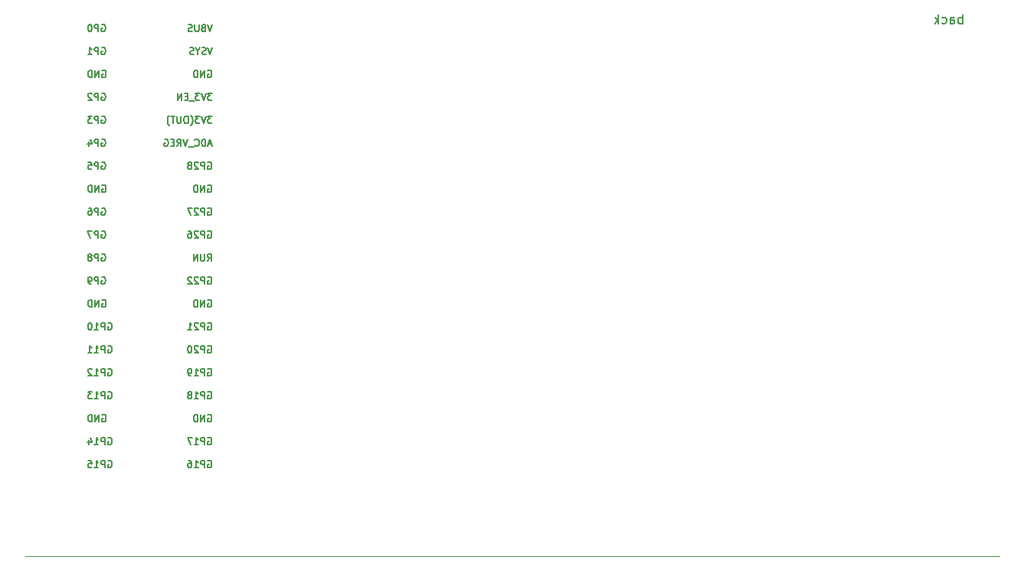
<source format=gbo>
G04 #@! TF.GenerationSoftware,KiCad,Pcbnew,(6.0.6)*
G04 #@! TF.CreationDate,2022-08-18T19:45:56-05:00*
G04 #@! TF.ProjectId,v1,76312e6b-6963-4616-945f-706362585858,v1*
G04 #@! TF.SameCoordinates,Original*
G04 #@! TF.FileFunction,Legend,Bot*
G04 #@! TF.FilePolarity,Positive*
%FSLAX46Y46*%
G04 Gerber Fmt 4.6, Leading zero omitted, Abs format (unit mm)*
G04 Created by KiCad (PCBNEW (6.0.6)) date 2022-08-18 19:45:56*
%MOMM*%
%LPD*%
G01*
G04 APERTURE LIST*
%ADD10C,0.150000*%
%ADD11C,0.120000*%
%ADD12O,1.700000X1.700000*%
%ADD13R,1.700000X1.700000*%
%ADD14C,2.000000*%
%ADD15R,12.499340X8.001000*%
%ADD16C,1.448000*%
%ADD17R,59.999880X8.001000*%
G04 APERTURE END LIST*
D10*
X103541071Y-73265000D02*
X103612500Y-73229285D01*
X103719642Y-73229285D01*
X103826785Y-73265000D01*
X103898214Y-73336428D01*
X103933928Y-73407857D01*
X103969642Y-73550714D01*
X103969642Y-73657857D01*
X103933928Y-73800714D01*
X103898214Y-73872142D01*
X103826785Y-73943571D01*
X103719642Y-73979285D01*
X103648214Y-73979285D01*
X103541071Y-73943571D01*
X103505357Y-73907857D01*
X103505357Y-73657857D01*
X103648214Y-73657857D01*
X103183928Y-73979285D02*
X103183928Y-73229285D01*
X102755357Y-73979285D01*
X102755357Y-73229285D01*
X102398214Y-73979285D02*
X102398214Y-73229285D01*
X102219642Y-73229285D01*
X102112500Y-73265000D01*
X102041071Y-73336428D01*
X102005357Y-73407857D01*
X101969642Y-73550714D01*
X101969642Y-73657857D01*
X102005357Y-73800714D01*
X102041071Y-73872142D01*
X102112500Y-73943571D01*
X102219642Y-73979285D01*
X102398214Y-73979285D01*
X92504642Y-68185000D02*
X92576071Y-68149285D01*
X92683214Y-68149285D01*
X92790357Y-68185000D01*
X92861785Y-68256428D01*
X92897500Y-68327857D01*
X92933214Y-68470714D01*
X92933214Y-68577857D01*
X92897500Y-68720714D01*
X92861785Y-68792142D01*
X92790357Y-68863571D01*
X92683214Y-68899285D01*
X92611785Y-68899285D01*
X92504642Y-68863571D01*
X92468928Y-68827857D01*
X92468928Y-68577857D01*
X92611785Y-68577857D01*
X92147500Y-68899285D02*
X92147500Y-68149285D01*
X91861785Y-68149285D01*
X91790357Y-68185000D01*
X91754642Y-68220714D01*
X91718928Y-68292142D01*
X91718928Y-68399285D01*
X91754642Y-68470714D01*
X91790357Y-68506428D01*
X91861785Y-68542142D01*
X92147500Y-68542142D01*
X91004642Y-68899285D02*
X91433214Y-68899285D01*
X91218928Y-68899285D02*
X91218928Y-68149285D01*
X91290357Y-68256428D01*
X91361785Y-68327857D01*
X91433214Y-68363571D01*
X90718928Y-68220714D02*
X90683214Y-68185000D01*
X90611785Y-68149285D01*
X90433214Y-68149285D01*
X90361785Y-68185000D01*
X90326071Y-68220714D01*
X90290357Y-68292142D01*
X90290357Y-68363571D01*
X90326071Y-68470714D01*
X90754642Y-68899285D01*
X90290357Y-68899285D01*
X91861785Y-35165000D02*
X91933214Y-35129285D01*
X92040357Y-35129285D01*
X92147500Y-35165000D01*
X92218928Y-35236428D01*
X92254642Y-35307857D01*
X92290357Y-35450714D01*
X92290357Y-35557857D01*
X92254642Y-35700714D01*
X92218928Y-35772142D01*
X92147500Y-35843571D01*
X92040357Y-35879285D01*
X91968928Y-35879285D01*
X91861785Y-35843571D01*
X91826071Y-35807857D01*
X91826071Y-35557857D01*
X91968928Y-35557857D01*
X91504642Y-35879285D02*
X91504642Y-35129285D01*
X91076071Y-35879285D01*
X91076071Y-35129285D01*
X90718928Y-35879285D02*
X90718928Y-35129285D01*
X90540357Y-35129285D01*
X90433214Y-35165000D01*
X90361785Y-35236428D01*
X90326071Y-35307857D01*
X90290357Y-35450714D01*
X90290357Y-35557857D01*
X90326071Y-35700714D01*
X90361785Y-35772142D01*
X90433214Y-35843571D01*
X90540357Y-35879285D01*
X90718928Y-35879285D01*
X91790357Y-42785000D02*
X91861785Y-42749285D01*
X91968928Y-42749285D01*
X92076071Y-42785000D01*
X92147500Y-42856428D01*
X92183214Y-42927857D01*
X92218928Y-43070714D01*
X92218928Y-43177857D01*
X92183214Y-43320714D01*
X92147500Y-43392142D01*
X92076071Y-43463571D01*
X91968928Y-43499285D01*
X91897500Y-43499285D01*
X91790357Y-43463571D01*
X91754642Y-43427857D01*
X91754642Y-43177857D01*
X91897500Y-43177857D01*
X91433214Y-43499285D02*
X91433214Y-42749285D01*
X91147500Y-42749285D01*
X91076071Y-42785000D01*
X91040357Y-42820714D01*
X91004642Y-42892142D01*
X91004642Y-42999285D01*
X91040357Y-43070714D01*
X91076071Y-43106428D01*
X91147500Y-43142142D01*
X91433214Y-43142142D01*
X90361785Y-42999285D02*
X90361785Y-43499285D01*
X90540357Y-42713571D02*
X90718928Y-43249285D01*
X90254642Y-43249285D01*
X103541071Y-60565000D02*
X103612500Y-60529285D01*
X103719642Y-60529285D01*
X103826785Y-60565000D01*
X103898214Y-60636428D01*
X103933928Y-60707857D01*
X103969642Y-60850714D01*
X103969642Y-60957857D01*
X103933928Y-61100714D01*
X103898214Y-61172142D01*
X103826785Y-61243571D01*
X103719642Y-61279285D01*
X103648214Y-61279285D01*
X103541071Y-61243571D01*
X103505357Y-61207857D01*
X103505357Y-60957857D01*
X103648214Y-60957857D01*
X103183928Y-61279285D02*
X103183928Y-60529285D01*
X102755357Y-61279285D01*
X102755357Y-60529285D01*
X102398214Y-61279285D02*
X102398214Y-60529285D01*
X102219642Y-60529285D01*
X102112500Y-60565000D01*
X102041071Y-60636428D01*
X102005357Y-60707857D01*
X101969642Y-60850714D01*
X101969642Y-60957857D01*
X102005357Y-61100714D01*
X102041071Y-61172142D01*
X102112500Y-61243571D01*
X102219642Y-61279285D01*
X102398214Y-61279285D01*
X103541071Y-58025000D02*
X103612500Y-57989285D01*
X103719642Y-57989285D01*
X103826785Y-58025000D01*
X103898214Y-58096428D01*
X103933928Y-58167857D01*
X103969642Y-58310714D01*
X103969642Y-58417857D01*
X103933928Y-58560714D01*
X103898214Y-58632142D01*
X103826785Y-58703571D01*
X103719642Y-58739285D01*
X103648214Y-58739285D01*
X103541071Y-58703571D01*
X103505357Y-58667857D01*
X103505357Y-58417857D01*
X103648214Y-58417857D01*
X103183928Y-58739285D02*
X103183928Y-57989285D01*
X102898214Y-57989285D01*
X102826785Y-58025000D01*
X102791071Y-58060714D01*
X102755357Y-58132142D01*
X102755357Y-58239285D01*
X102791071Y-58310714D01*
X102826785Y-58346428D01*
X102898214Y-58382142D01*
X103183928Y-58382142D01*
X102469642Y-58060714D02*
X102433928Y-58025000D01*
X102362500Y-57989285D01*
X102183928Y-57989285D01*
X102112500Y-58025000D01*
X102076785Y-58060714D01*
X102041071Y-58132142D01*
X102041071Y-58203571D01*
X102076785Y-58310714D01*
X102505357Y-58739285D01*
X102041071Y-58739285D01*
X101755357Y-58060714D02*
X101719642Y-58025000D01*
X101648214Y-57989285D01*
X101469642Y-57989285D01*
X101398214Y-58025000D01*
X101362500Y-58060714D01*
X101326785Y-58132142D01*
X101326785Y-58203571D01*
X101362500Y-58310714D01*
X101791071Y-58739285D01*
X101326785Y-58739285D01*
X103541071Y-68185000D02*
X103612500Y-68149285D01*
X103719642Y-68149285D01*
X103826785Y-68185000D01*
X103898214Y-68256428D01*
X103933928Y-68327857D01*
X103969642Y-68470714D01*
X103969642Y-68577857D01*
X103933928Y-68720714D01*
X103898214Y-68792142D01*
X103826785Y-68863571D01*
X103719642Y-68899285D01*
X103648214Y-68899285D01*
X103541071Y-68863571D01*
X103505357Y-68827857D01*
X103505357Y-68577857D01*
X103648214Y-68577857D01*
X103183928Y-68899285D02*
X103183928Y-68149285D01*
X102898214Y-68149285D01*
X102826785Y-68185000D01*
X102791071Y-68220714D01*
X102755357Y-68292142D01*
X102755357Y-68399285D01*
X102791071Y-68470714D01*
X102826785Y-68506428D01*
X102898214Y-68542142D01*
X103183928Y-68542142D01*
X102041071Y-68899285D02*
X102469642Y-68899285D01*
X102255357Y-68899285D02*
X102255357Y-68149285D01*
X102326785Y-68256428D01*
X102398214Y-68327857D01*
X102469642Y-68363571D01*
X101683928Y-68899285D02*
X101541071Y-68899285D01*
X101469642Y-68863571D01*
X101433928Y-68827857D01*
X101362500Y-68720714D01*
X101326785Y-68577857D01*
X101326785Y-68292142D01*
X101362500Y-68220714D01*
X101398214Y-68185000D01*
X101469642Y-68149285D01*
X101612500Y-68149285D01*
X101683928Y-68185000D01*
X101719642Y-68220714D01*
X101755357Y-68292142D01*
X101755357Y-68470714D01*
X101719642Y-68542142D01*
X101683928Y-68577857D01*
X101612500Y-68613571D01*
X101469642Y-68613571D01*
X101398214Y-68577857D01*
X101362500Y-68542142D01*
X101326785Y-68470714D01*
X103541071Y-45325000D02*
X103612500Y-45289285D01*
X103719642Y-45289285D01*
X103826785Y-45325000D01*
X103898214Y-45396428D01*
X103933928Y-45467857D01*
X103969642Y-45610714D01*
X103969642Y-45717857D01*
X103933928Y-45860714D01*
X103898214Y-45932142D01*
X103826785Y-46003571D01*
X103719642Y-46039285D01*
X103648214Y-46039285D01*
X103541071Y-46003571D01*
X103505357Y-45967857D01*
X103505357Y-45717857D01*
X103648214Y-45717857D01*
X103183928Y-46039285D02*
X103183928Y-45289285D01*
X102898214Y-45289285D01*
X102826785Y-45325000D01*
X102791071Y-45360714D01*
X102755357Y-45432142D01*
X102755357Y-45539285D01*
X102791071Y-45610714D01*
X102826785Y-45646428D01*
X102898214Y-45682142D01*
X103183928Y-45682142D01*
X102469642Y-45360714D02*
X102433928Y-45325000D01*
X102362500Y-45289285D01*
X102183928Y-45289285D01*
X102112500Y-45325000D01*
X102076785Y-45360714D01*
X102041071Y-45432142D01*
X102041071Y-45503571D01*
X102076785Y-45610714D01*
X102505357Y-46039285D01*
X102041071Y-46039285D01*
X101612500Y-45610714D02*
X101683928Y-45575000D01*
X101719642Y-45539285D01*
X101755357Y-45467857D01*
X101755357Y-45432142D01*
X101719642Y-45360714D01*
X101683928Y-45325000D01*
X101612500Y-45289285D01*
X101469642Y-45289285D01*
X101398214Y-45325000D01*
X101362500Y-45360714D01*
X101326785Y-45432142D01*
X101326785Y-45467857D01*
X101362500Y-45539285D01*
X101398214Y-45575000D01*
X101469642Y-45610714D01*
X101612500Y-45610714D01*
X101683928Y-45646428D01*
X101719642Y-45682142D01*
X101755357Y-45753571D01*
X101755357Y-45896428D01*
X101719642Y-45967857D01*
X101683928Y-46003571D01*
X101612500Y-46039285D01*
X101469642Y-46039285D01*
X101398214Y-46003571D01*
X101362500Y-45967857D01*
X101326785Y-45896428D01*
X101326785Y-45753571D01*
X101362500Y-45682142D01*
X101398214Y-45646428D01*
X101469642Y-45610714D01*
X91790357Y-32625000D02*
X91861785Y-32589285D01*
X91968928Y-32589285D01*
X92076071Y-32625000D01*
X92147500Y-32696428D01*
X92183214Y-32767857D01*
X92218928Y-32910714D01*
X92218928Y-33017857D01*
X92183214Y-33160714D01*
X92147500Y-33232142D01*
X92076071Y-33303571D01*
X91968928Y-33339285D01*
X91897500Y-33339285D01*
X91790357Y-33303571D01*
X91754642Y-33267857D01*
X91754642Y-33017857D01*
X91897500Y-33017857D01*
X91433214Y-33339285D02*
X91433214Y-32589285D01*
X91147500Y-32589285D01*
X91076071Y-32625000D01*
X91040357Y-32660714D01*
X91004642Y-32732142D01*
X91004642Y-32839285D01*
X91040357Y-32910714D01*
X91076071Y-32946428D01*
X91147500Y-32982142D01*
X91433214Y-32982142D01*
X90290357Y-33339285D02*
X90718928Y-33339285D01*
X90504642Y-33339285D02*
X90504642Y-32589285D01*
X90576071Y-32696428D01*
X90647500Y-32767857D01*
X90718928Y-32803571D01*
X92504642Y-65645000D02*
X92576071Y-65609285D01*
X92683214Y-65609285D01*
X92790357Y-65645000D01*
X92861785Y-65716428D01*
X92897500Y-65787857D01*
X92933214Y-65930714D01*
X92933214Y-66037857D01*
X92897500Y-66180714D01*
X92861785Y-66252142D01*
X92790357Y-66323571D01*
X92683214Y-66359285D01*
X92611785Y-66359285D01*
X92504642Y-66323571D01*
X92468928Y-66287857D01*
X92468928Y-66037857D01*
X92611785Y-66037857D01*
X92147500Y-66359285D02*
X92147500Y-65609285D01*
X91861785Y-65609285D01*
X91790357Y-65645000D01*
X91754642Y-65680714D01*
X91718928Y-65752142D01*
X91718928Y-65859285D01*
X91754642Y-65930714D01*
X91790357Y-65966428D01*
X91861785Y-66002142D01*
X92147500Y-66002142D01*
X91004642Y-66359285D02*
X91433214Y-66359285D01*
X91218928Y-66359285D02*
X91218928Y-65609285D01*
X91290357Y-65716428D01*
X91361785Y-65787857D01*
X91433214Y-65823571D01*
X90290357Y-66359285D02*
X90718928Y-66359285D01*
X90504642Y-66359285D02*
X90504642Y-65609285D01*
X90576071Y-65716428D01*
X90647500Y-65787857D01*
X90718928Y-65823571D01*
X92504642Y-63105000D02*
X92576071Y-63069285D01*
X92683214Y-63069285D01*
X92790357Y-63105000D01*
X92861785Y-63176428D01*
X92897500Y-63247857D01*
X92933214Y-63390714D01*
X92933214Y-63497857D01*
X92897500Y-63640714D01*
X92861785Y-63712142D01*
X92790357Y-63783571D01*
X92683214Y-63819285D01*
X92611785Y-63819285D01*
X92504642Y-63783571D01*
X92468928Y-63747857D01*
X92468928Y-63497857D01*
X92611785Y-63497857D01*
X92147500Y-63819285D02*
X92147500Y-63069285D01*
X91861785Y-63069285D01*
X91790357Y-63105000D01*
X91754642Y-63140714D01*
X91718928Y-63212142D01*
X91718928Y-63319285D01*
X91754642Y-63390714D01*
X91790357Y-63426428D01*
X91861785Y-63462142D01*
X92147500Y-63462142D01*
X91004642Y-63819285D02*
X91433214Y-63819285D01*
X91218928Y-63819285D02*
X91218928Y-63069285D01*
X91290357Y-63176428D01*
X91361785Y-63247857D01*
X91433214Y-63283571D01*
X90540357Y-63069285D02*
X90468928Y-63069285D01*
X90397500Y-63105000D01*
X90361785Y-63140714D01*
X90326071Y-63212142D01*
X90290357Y-63355000D01*
X90290357Y-63533571D01*
X90326071Y-63676428D01*
X90361785Y-63747857D01*
X90397500Y-63783571D01*
X90468928Y-63819285D01*
X90540357Y-63819285D01*
X90611785Y-63783571D01*
X90647500Y-63747857D01*
X90683214Y-63676428D01*
X90718928Y-63533571D01*
X90718928Y-63355000D01*
X90683214Y-63212142D01*
X90647500Y-63140714D01*
X90611785Y-63105000D01*
X90540357Y-63069285D01*
X104005357Y-40209285D02*
X103541071Y-40209285D01*
X103791071Y-40495000D01*
X103683928Y-40495000D01*
X103612500Y-40530714D01*
X103576785Y-40566428D01*
X103541071Y-40637857D01*
X103541071Y-40816428D01*
X103576785Y-40887857D01*
X103612500Y-40923571D01*
X103683928Y-40959285D01*
X103898214Y-40959285D01*
X103969642Y-40923571D01*
X104005357Y-40887857D01*
X103326785Y-40209285D02*
X103076785Y-40959285D01*
X102826785Y-40209285D01*
X102648214Y-40209285D02*
X102183928Y-40209285D01*
X102433928Y-40495000D01*
X102326785Y-40495000D01*
X102255357Y-40530714D01*
X102219642Y-40566428D01*
X102183928Y-40637857D01*
X102183928Y-40816428D01*
X102219642Y-40887857D01*
X102255357Y-40923571D01*
X102326785Y-40959285D01*
X102541071Y-40959285D01*
X102612500Y-40923571D01*
X102648214Y-40887857D01*
X101648214Y-41245000D02*
X101683928Y-41209285D01*
X101755357Y-41102142D01*
X101791071Y-41030714D01*
X101826785Y-40923571D01*
X101862500Y-40745000D01*
X101862500Y-40602142D01*
X101826785Y-40423571D01*
X101791071Y-40316428D01*
X101755357Y-40245000D01*
X101683928Y-40137857D01*
X101648214Y-40102142D01*
X101219642Y-40209285D02*
X101076785Y-40209285D01*
X101005357Y-40245000D01*
X100933928Y-40316428D01*
X100898214Y-40459285D01*
X100898214Y-40709285D01*
X100933928Y-40852142D01*
X101005357Y-40923571D01*
X101076785Y-40959285D01*
X101219642Y-40959285D01*
X101291071Y-40923571D01*
X101362500Y-40852142D01*
X101398214Y-40709285D01*
X101398214Y-40459285D01*
X101362500Y-40316428D01*
X101291071Y-40245000D01*
X101219642Y-40209285D01*
X100576785Y-40209285D02*
X100576785Y-40816428D01*
X100541071Y-40887857D01*
X100505357Y-40923571D01*
X100433928Y-40959285D01*
X100291071Y-40959285D01*
X100219642Y-40923571D01*
X100183928Y-40887857D01*
X100148214Y-40816428D01*
X100148214Y-40209285D01*
X99898214Y-40209285D02*
X99469642Y-40209285D01*
X99683928Y-40959285D02*
X99683928Y-40209285D01*
X99291071Y-41245000D02*
X99255357Y-41209285D01*
X99183928Y-41102142D01*
X99148214Y-41030714D01*
X99112500Y-40923571D01*
X99076785Y-40745000D01*
X99076785Y-40602142D01*
X99112500Y-40423571D01*
X99148214Y-40316428D01*
X99183928Y-40245000D01*
X99255357Y-40137857D01*
X99291071Y-40102142D01*
X91790357Y-45325000D02*
X91861785Y-45289285D01*
X91968928Y-45289285D01*
X92076071Y-45325000D01*
X92147500Y-45396428D01*
X92183214Y-45467857D01*
X92218928Y-45610714D01*
X92218928Y-45717857D01*
X92183214Y-45860714D01*
X92147500Y-45932142D01*
X92076071Y-46003571D01*
X91968928Y-46039285D01*
X91897500Y-46039285D01*
X91790357Y-46003571D01*
X91754642Y-45967857D01*
X91754642Y-45717857D01*
X91897500Y-45717857D01*
X91433214Y-46039285D02*
X91433214Y-45289285D01*
X91147500Y-45289285D01*
X91076071Y-45325000D01*
X91040357Y-45360714D01*
X91004642Y-45432142D01*
X91004642Y-45539285D01*
X91040357Y-45610714D01*
X91076071Y-45646428D01*
X91147500Y-45682142D01*
X91433214Y-45682142D01*
X90326071Y-45289285D02*
X90683214Y-45289285D01*
X90718928Y-45646428D01*
X90683214Y-45610714D01*
X90611785Y-45575000D01*
X90433214Y-45575000D01*
X90361785Y-45610714D01*
X90326071Y-45646428D01*
X90290357Y-45717857D01*
X90290357Y-45896428D01*
X90326071Y-45967857D01*
X90361785Y-46003571D01*
X90433214Y-46039285D01*
X90611785Y-46039285D01*
X90683214Y-46003571D01*
X90718928Y-45967857D01*
X103541071Y-52945000D02*
X103612500Y-52909285D01*
X103719642Y-52909285D01*
X103826785Y-52945000D01*
X103898214Y-53016428D01*
X103933928Y-53087857D01*
X103969642Y-53230714D01*
X103969642Y-53337857D01*
X103933928Y-53480714D01*
X103898214Y-53552142D01*
X103826785Y-53623571D01*
X103719642Y-53659285D01*
X103648214Y-53659285D01*
X103541071Y-53623571D01*
X103505357Y-53587857D01*
X103505357Y-53337857D01*
X103648214Y-53337857D01*
X103183928Y-53659285D02*
X103183928Y-52909285D01*
X102898214Y-52909285D01*
X102826785Y-52945000D01*
X102791071Y-52980714D01*
X102755357Y-53052142D01*
X102755357Y-53159285D01*
X102791071Y-53230714D01*
X102826785Y-53266428D01*
X102898214Y-53302142D01*
X103183928Y-53302142D01*
X102469642Y-52980714D02*
X102433928Y-52945000D01*
X102362500Y-52909285D01*
X102183928Y-52909285D01*
X102112500Y-52945000D01*
X102076785Y-52980714D01*
X102041071Y-53052142D01*
X102041071Y-53123571D01*
X102076785Y-53230714D01*
X102505357Y-53659285D01*
X102041071Y-53659285D01*
X101398214Y-52909285D02*
X101541071Y-52909285D01*
X101612500Y-52945000D01*
X101648214Y-52980714D01*
X101719642Y-53087857D01*
X101755357Y-53230714D01*
X101755357Y-53516428D01*
X101719642Y-53587857D01*
X101683928Y-53623571D01*
X101612500Y-53659285D01*
X101469642Y-53659285D01*
X101398214Y-53623571D01*
X101362500Y-53587857D01*
X101326785Y-53516428D01*
X101326785Y-53337857D01*
X101362500Y-53266428D01*
X101398214Y-53230714D01*
X101469642Y-53195000D01*
X101612500Y-53195000D01*
X101683928Y-53230714D01*
X101719642Y-53266428D01*
X101755357Y-53337857D01*
X103505357Y-56199285D02*
X103755357Y-55842142D01*
X103933928Y-56199285D02*
X103933928Y-55449285D01*
X103648214Y-55449285D01*
X103576785Y-55485000D01*
X103541071Y-55520714D01*
X103505357Y-55592142D01*
X103505357Y-55699285D01*
X103541071Y-55770714D01*
X103576785Y-55806428D01*
X103648214Y-55842142D01*
X103933928Y-55842142D01*
X103183928Y-55449285D02*
X103183928Y-56056428D01*
X103148214Y-56127857D01*
X103112500Y-56163571D01*
X103041071Y-56199285D01*
X102898214Y-56199285D01*
X102826785Y-56163571D01*
X102791071Y-56127857D01*
X102755357Y-56056428D01*
X102755357Y-55449285D01*
X102398214Y-56199285D02*
X102398214Y-55449285D01*
X101969642Y-56199285D01*
X101969642Y-55449285D01*
X103541071Y-70725000D02*
X103612500Y-70689285D01*
X103719642Y-70689285D01*
X103826785Y-70725000D01*
X103898214Y-70796428D01*
X103933928Y-70867857D01*
X103969642Y-71010714D01*
X103969642Y-71117857D01*
X103933928Y-71260714D01*
X103898214Y-71332142D01*
X103826785Y-71403571D01*
X103719642Y-71439285D01*
X103648214Y-71439285D01*
X103541071Y-71403571D01*
X103505357Y-71367857D01*
X103505357Y-71117857D01*
X103648214Y-71117857D01*
X103183928Y-71439285D02*
X103183928Y-70689285D01*
X102898214Y-70689285D01*
X102826785Y-70725000D01*
X102791071Y-70760714D01*
X102755357Y-70832142D01*
X102755357Y-70939285D01*
X102791071Y-71010714D01*
X102826785Y-71046428D01*
X102898214Y-71082142D01*
X103183928Y-71082142D01*
X102041071Y-71439285D02*
X102469642Y-71439285D01*
X102255357Y-71439285D02*
X102255357Y-70689285D01*
X102326785Y-70796428D01*
X102398214Y-70867857D01*
X102469642Y-70903571D01*
X101612500Y-71010714D02*
X101683928Y-70975000D01*
X101719642Y-70939285D01*
X101755357Y-70867857D01*
X101755357Y-70832142D01*
X101719642Y-70760714D01*
X101683928Y-70725000D01*
X101612500Y-70689285D01*
X101469642Y-70689285D01*
X101398214Y-70725000D01*
X101362500Y-70760714D01*
X101326785Y-70832142D01*
X101326785Y-70867857D01*
X101362500Y-70939285D01*
X101398214Y-70975000D01*
X101469642Y-71010714D01*
X101612500Y-71010714D01*
X101683928Y-71046428D01*
X101719642Y-71082142D01*
X101755357Y-71153571D01*
X101755357Y-71296428D01*
X101719642Y-71367857D01*
X101683928Y-71403571D01*
X101612500Y-71439285D01*
X101469642Y-71439285D01*
X101398214Y-71403571D01*
X101362500Y-71367857D01*
X101326785Y-71296428D01*
X101326785Y-71153571D01*
X101362500Y-71082142D01*
X101398214Y-71046428D01*
X101469642Y-71010714D01*
X92504642Y-78345000D02*
X92576071Y-78309285D01*
X92683214Y-78309285D01*
X92790357Y-78345000D01*
X92861785Y-78416428D01*
X92897500Y-78487857D01*
X92933214Y-78630714D01*
X92933214Y-78737857D01*
X92897500Y-78880714D01*
X92861785Y-78952142D01*
X92790357Y-79023571D01*
X92683214Y-79059285D01*
X92611785Y-79059285D01*
X92504642Y-79023571D01*
X92468928Y-78987857D01*
X92468928Y-78737857D01*
X92611785Y-78737857D01*
X92147500Y-79059285D02*
X92147500Y-78309285D01*
X91861785Y-78309285D01*
X91790357Y-78345000D01*
X91754642Y-78380714D01*
X91718928Y-78452142D01*
X91718928Y-78559285D01*
X91754642Y-78630714D01*
X91790357Y-78666428D01*
X91861785Y-78702142D01*
X92147500Y-78702142D01*
X91004642Y-79059285D02*
X91433214Y-79059285D01*
X91218928Y-79059285D02*
X91218928Y-78309285D01*
X91290357Y-78416428D01*
X91361785Y-78487857D01*
X91433214Y-78523571D01*
X90326071Y-78309285D02*
X90683214Y-78309285D01*
X90718928Y-78666428D01*
X90683214Y-78630714D01*
X90611785Y-78595000D01*
X90433214Y-78595000D01*
X90361785Y-78630714D01*
X90326071Y-78666428D01*
X90290357Y-78737857D01*
X90290357Y-78916428D01*
X90326071Y-78987857D01*
X90361785Y-79023571D01*
X90433214Y-79059285D01*
X90611785Y-79059285D01*
X90683214Y-79023571D01*
X90718928Y-78987857D01*
X91790357Y-52945000D02*
X91861785Y-52909285D01*
X91968928Y-52909285D01*
X92076071Y-52945000D01*
X92147500Y-53016428D01*
X92183214Y-53087857D01*
X92218928Y-53230714D01*
X92218928Y-53337857D01*
X92183214Y-53480714D01*
X92147500Y-53552142D01*
X92076071Y-53623571D01*
X91968928Y-53659285D01*
X91897500Y-53659285D01*
X91790357Y-53623571D01*
X91754642Y-53587857D01*
X91754642Y-53337857D01*
X91897500Y-53337857D01*
X91433214Y-53659285D02*
X91433214Y-52909285D01*
X91147500Y-52909285D01*
X91076071Y-52945000D01*
X91040357Y-52980714D01*
X91004642Y-53052142D01*
X91004642Y-53159285D01*
X91040357Y-53230714D01*
X91076071Y-53266428D01*
X91147500Y-53302142D01*
X91433214Y-53302142D01*
X90754642Y-52909285D02*
X90254642Y-52909285D01*
X90576071Y-53659285D01*
X91861785Y-60565000D02*
X91933214Y-60529285D01*
X92040357Y-60529285D01*
X92147500Y-60565000D01*
X92218928Y-60636428D01*
X92254642Y-60707857D01*
X92290357Y-60850714D01*
X92290357Y-60957857D01*
X92254642Y-61100714D01*
X92218928Y-61172142D01*
X92147500Y-61243571D01*
X92040357Y-61279285D01*
X91968928Y-61279285D01*
X91861785Y-61243571D01*
X91826071Y-61207857D01*
X91826071Y-60957857D01*
X91968928Y-60957857D01*
X91504642Y-61279285D02*
X91504642Y-60529285D01*
X91076071Y-61279285D01*
X91076071Y-60529285D01*
X90718928Y-61279285D02*
X90718928Y-60529285D01*
X90540357Y-60529285D01*
X90433214Y-60565000D01*
X90361785Y-60636428D01*
X90326071Y-60707857D01*
X90290357Y-60850714D01*
X90290357Y-60957857D01*
X90326071Y-61100714D01*
X90361785Y-61172142D01*
X90433214Y-61243571D01*
X90540357Y-61279285D01*
X90718928Y-61279285D01*
X91861785Y-73265000D02*
X91933214Y-73229285D01*
X92040357Y-73229285D01*
X92147500Y-73265000D01*
X92218928Y-73336428D01*
X92254642Y-73407857D01*
X92290357Y-73550714D01*
X92290357Y-73657857D01*
X92254642Y-73800714D01*
X92218928Y-73872142D01*
X92147500Y-73943571D01*
X92040357Y-73979285D01*
X91968928Y-73979285D01*
X91861785Y-73943571D01*
X91826071Y-73907857D01*
X91826071Y-73657857D01*
X91968928Y-73657857D01*
X91504642Y-73979285D02*
X91504642Y-73229285D01*
X91076071Y-73979285D01*
X91076071Y-73229285D01*
X90718928Y-73979285D02*
X90718928Y-73229285D01*
X90540357Y-73229285D01*
X90433214Y-73265000D01*
X90361785Y-73336428D01*
X90326071Y-73407857D01*
X90290357Y-73550714D01*
X90290357Y-73657857D01*
X90326071Y-73800714D01*
X90361785Y-73872142D01*
X90433214Y-73943571D01*
X90540357Y-73979285D01*
X90718928Y-73979285D01*
X91861785Y-47865000D02*
X91933214Y-47829285D01*
X92040357Y-47829285D01*
X92147500Y-47865000D01*
X92218928Y-47936428D01*
X92254642Y-48007857D01*
X92290357Y-48150714D01*
X92290357Y-48257857D01*
X92254642Y-48400714D01*
X92218928Y-48472142D01*
X92147500Y-48543571D01*
X92040357Y-48579285D01*
X91968928Y-48579285D01*
X91861785Y-48543571D01*
X91826071Y-48507857D01*
X91826071Y-48257857D01*
X91968928Y-48257857D01*
X91504642Y-48579285D02*
X91504642Y-47829285D01*
X91076071Y-48579285D01*
X91076071Y-47829285D01*
X90718928Y-48579285D02*
X90718928Y-47829285D01*
X90540357Y-47829285D01*
X90433214Y-47865000D01*
X90361785Y-47936428D01*
X90326071Y-48007857D01*
X90290357Y-48150714D01*
X90290357Y-48257857D01*
X90326071Y-48400714D01*
X90361785Y-48472142D01*
X90433214Y-48543571D01*
X90540357Y-48579285D01*
X90718928Y-48579285D01*
X104041071Y-30049285D02*
X103791071Y-30799285D01*
X103541071Y-30049285D01*
X103041071Y-30406428D02*
X102933928Y-30442142D01*
X102898214Y-30477857D01*
X102862500Y-30549285D01*
X102862500Y-30656428D01*
X102898214Y-30727857D01*
X102933928Y-30763571D01*
X103005357Y-30799285D01*
X103291071Y-30799285D01*
X103291071Y-30049285D01*
X103041071Y-30049285D01*
X102969642Y-30085000D01*
X102933928Y-30120714D01*
X102898214Y-30192142D01*
X102898214Y-30263571D01*
X102933928Y-30335000D01*
X102969642Y-30370714D01*
X103041071Y-30406428D01*
X103291071Y-30406428D01*
X102541071Y-30049285D02*
X102541071Y-30656428D01*
X102505357Y-30727857D01*
X102469642Y-30763571D01*
X102398214Y-30799285D01*
X102255357Y-30799285D01*
X102183928Y-30763571D01*
X102148214Y-30727857D01*
X102112500Y-30656428D01*
X102112500Y-30049285D01*
X101791071Y-30763571D02*
X101683928Y-30799285D01*
X101505357Y-30799285D01*
X101433928Y-30763571D01*
X101398214Y-30727857D01*
X101362500Y-30656428D01*
X101362500Y-30585000D01*
X101398214Y-30513571D01*
X101433928Y-30477857D01*
X101505357Y-30442142D01*
X101648214Y-30406428D01*
X101719642Y-30370714D01*
X101755357Y-30335000D01*
X101791071Y-30263571D01*
X101791071Y-30192142D01*
X101755357Y-30120714D01*
X101719642Y-30085000D01*
X101648214Y-30049285D01*
X101469642Y-30049285D01*
X101362500Y-30085000D01*
X103541071Y-75805000D02*
X103612500Y-75769285D01*
X103719642Y-75769285D01*
X103826785Y-75805000D01*
X103898214Y-75876428D01*
X103933928Y-75947857D01*
X103969642Y-76090714D01*
X103969642Y-76197857D01*
X103933928Y-76340714D01*
X103898214Y-76412142D01*
X103826785Y-76483571D01*
X103719642Y-76519285D01*
X103648214Y-76519285D01*
X103541071Y-76483571D01*
X103505357Y-76447857D01*
X103505357Y-76197857D01*
X103648214Y-76197857D01*
X103183928Y-76519285D02*
X103183928Y-75769285D01*
X102898214Y-75769285D01*
X102826785Y-75805000D01*
X102791071Y-75840714D01*
X102755357Y-75912142D01*
X102755357Y-76019285D01*
X102791071Y-76090714D01*
X102826785Y-76126428D01*
X102898214Y-76162142D01*
X103183928Y-76162142D01*
X102041071Y-76519285D02*
X102469642Y-76519285D01*
X102255357Y-76519285D02*
X102255357Y-75769285D01*
X102326785Y-75876428D01*
X102398214Y-75947857D01*
X102469642Y-75983571D01*
X101791071Y-75769285D02*
X101291071Y-75769285D01*
X101612500Y-76519285D01*
X103541071Y-63105000D02*
X103612500Y-63069285D01*
X103719642Y-63069285D01*
X103826785Y-63105000D01*
X103898214Y-63176428D01*
X103933928Y-63247857D01*
X103969642Y-63390714D01*
X103969642Y-63497857D01*
X103933928Y-63640714D01*
X103898214Y-63712142D01*
X103826785Y-63783571D01*
X103719642Y-63819285D01*
X103648214Y-63819285D01*
X103541071Y-63783571D01*
X103505357Y-63747857D01*
X103505357Y-63497857D01*
X103648214Y-63497857D01*
X103183928Y-63819285D02*
X103183928Y-63069285D01*
X102898214Y-63069285D01*
X102826785Y-63105000D01*
X102791071Y-63140714D01*
X102755357Y-63212142D01*
X102755357Y-63319285D01*
X102791071Y-63390714D01*
X102826785Y-63426428D01*
X102898214Y-63462142D01*
X103183928Y-63462142D01*
X102469642Y-63140714D02*
X102433928Y-63105000D01*
X102362500Y-63069285D01*
X102183928Y-63069285D01*
X102112500Y-63105000D01*
X102076785Y-63140714D01*
X102041071Y-63212142D01*
X102041071Y-63283571D01*
X102076785Y-63390714D01*
X102505357Y-63819285D01*
X102041071Y-63819285D01*
X101326785Y-63819285D02*
X101755357Y-63819285D01*
X101541071Y-63819285D02*
X101541071Y-63069285D01*
X101612500Y-63176428D01*
X101683928Y-63247857D01*
X101755357Y-63283571D01*
X104041071Y-32589285D02*
X103791071Y-33339285D01*
X103541071Y-32589285D01*
X103326785Y-33303571D02*
X103219642Y-33339285D01*
X103041071Y-33339285D01*
X102969642Y-33303571D01*
X102933928Y-33267857D01*
X102898214Y-33196428D01*
X102898214Y-33125000D01*
X102933928Y-33053571D01*
X102969642Y-33017857D01*
X103041071Y-32982142D01*
X103183928Y-32946428D01*
X103255357Y-32910714D01*
X103291071Y-32875000D01*
X103326785Y-32803571D01*
X103326785Y-32732142D01*
X103291071Y-32660714D01*
X103255357Y-32625000D01*
X103183928Y-32589285D01*
X103005357Y-32589285D01*
X102898214Y-32625000D01*
X102433928Y-32982142D02*
X102433928Y-33339285D01*
X102683928Y-32589285D02*
X102433928Y-32982142D01*
X102183928Y-32589285D01*
X101969642Y-33303571D02*
X101862500Y-33339285D01*
X101683928Y-33339285D01*
X101612500Y-33303571D01*
X101576785Y-33267857D01*
X101541071Y-33196428D01*
X101541071Y-33125000D01*
X101576785Y-33053571D01*
X101612500Y-33017857D01*
X101683928Y-32982142D01*
X101826785Y-32946428D01*
X101898214Y-32910714D01*
X101933928Y-32875000D01*
X101969642Y-32803571D01*
X101969642Y-32732142D01*
X101933928Y-32660714D01*
X101898214Y-32625000D01*
X101826785Y-32589285D01*
X101648214Y-32589285D01*
X101541071Y-32625000D01*
X92504642Y-70725000D02*
X92576071Y-70689285D01*
X92683214Y-70689285D01*
X92790357Y-70725000D01*
X92861785Y-70796428D01*
X92897500Y-70867857D01*
X92933214Y-71010714D01*
X92933214Y-71117857D01*
X92897500Y-71260714D01*
X92861785Y-71332142D01*
X92790357Y-71403571D01*
X92683214Y-71439285D01*
X92611785Y-71439285D01*
X92504642Y-71403571D01*
X92468928Y-71367857D01*
X92468928Y-71117857D01*
X92611785Y-71117857D01*
X92147500Y-71439285D02*
X92147500Y-70689285D01*
X91861785Y-70689285D01*
X91790357Y-70725000D01*
X91754642Y-70760714D01*
X91718928Y-70832142D01*
X91718928Y-70939285D01*
X91754642Y-71010714D01*
X91790357Y-71046428D01*
X91861785Y-71082142D01*
X92147500Y-71082142D01*
X91004642Y-71439285D02*
X91433214Y-71439285D01*
X91218928Y-71439285D02*
X91218928Y-70689285D01*
X91290357Y-70796428D01*
X91361785Y-70867857D01*
X91433214Y-70903571D01*
X90754642Y-70689285D02*
X90290357Y-70689285D01*
X90540357Y-70975000D01*
X90433214Y-70975000D01*
X90361785Y-71010714D01*
X90326071Y-71046428D01*
X90290357Y-71117857D01*
X90290357Y-71296428D01*
X90326071Y-71367857D01*
X90361785Y-71403571D01*
X90433214Y-71439285D01*
X90647500Y-71439285D01*
X90718928Y-71403571D01*
X90754642Y-71367857D01*
X91790357Y-30085000D02*
X91861785Y-30049285D01*
X91968928Y-30049285D01*
X92076071Y-30085000D01*
X92147500Y-30156428D01*
X92183214Y-30227857D01*
X92218928Y-30370714D01*
X92218928Y-30477857D01*
X92183214Y-30620714D01*
X92147500Y-30692142D01*
X92076071Y-30763571D01*
X91968928Y-30799285D01*
X91897500Y-30799285D01*
X91790357Y-30763571D01*
X91754642Y-30727857D01*
X91754642Y-30477857D01*
X91897500Y-30477857D01*
X91433214Y-30799285D02*
X91433214Y-30049285D01*
X91147500Y-30049285D01*
X91076071Y-30085000D01*
X91040357Y-30120714D01*
X91004642Y-30192142D01*
X91004642Y-30299285D01*
X91040357Y-30370714D01*
X91076071Y-30406428D01*
X91147500Y-30442142D01*
X91433214Y-30442142D01*
X90540357Y-30049285D02*
X90468928Y-30049285D01*
X90397500Y-30085000D01*
X90361785Y-30120714D01*
X90326071Y-30192142D01*
X90290357Y-30335000D01*
X90290357Y-30513571D01*
X90326071Y-30656428D01*
X90361785Y-30727857D01*
X90397500Y-30763571D01*
X90468928Y-30799285D01*
X90540357Y-30799285D01*
X90611785Y-30763571D01*
X90647500Y-30727857D01*
X90683214Y-30656428D01*
X90718928Y-30513571D01*
X90718928Y-30335000D01*
X90683214Y-30192142D01*
X90647500Y-30120714D01*
X90611785Y-30085000D01*
X90540357Y-30049285D01*
X103969642Y-43285000D02*
X103612500Y-43285000D01*
X104041071Y-43499285D02*
X103791071Y-42749285D01*
X103541071Y-43499285D01*
X103291071Y-43499285D02*
X103291071Y-42749285D01*
X103112500Y-42749285D01*
X103005357Y-42785000D01*
X102933928Y-42856428D01*
X102898214Y-42927857D01*
X102862500Y-43070714D01*
X102862500Y-43177857D01*
X102898214Y-43320714D01*
X102933928Y-43392142D01*
X103005357Y-43463571D01*
X103112500Y-43499285D01*
X103291071Y-43499285D01*
X102112500Y-43427857D02*
X102148214Y-43463571D01*
X102255357Y-43499285D01*
X102326785Y-43499285D01*
X102433928Y-43463571D01*
X102505357Y-43392142D01*
X102541071Y-43320714D01*
X102576785Y-43177857D01*
X102576785Y-43070714D01*
X102541071Y-42927857D01*
X102505357Y-42856428D01*
X102433928Y-42785000D01*
X102326785Y-42749285D01*
X102255357Y-42749285D01*
X102148214Y-42785000D01*
X102112500Y-42820714D01*
X101969642Y-43570714D02*
X101398214Y-43570714D01*
X101326785Y-42749285D02*
X101076785Y-43499285D01*
X100826785Y-42749285D01*
X100148214Y-43499285D02*
X100398214Y-43142142D01*
X100576785Y-43499285D02*
X100576785Y-42749285D01*
X100291071Y-42749285D01*
X100219642Y-42785000D01*
X100183928Y-42820714D01*
X100148214Y-42892142D01*
X100148214Y-42999285D01*
X100183928Y-43070714D01*
X100219642Y-43106428D01*
X100291071Y-43142142D01*
X100576785Y-43142142D01*
X99826785Y-43106428D02*
X99576785Y-43106428D01*
X99469642Y-43499285D02*
X99826785Y-43499285D01*
X99826785Y-42749285D01*
X99469642Y-42749285D01*
X98755357Y-42785000D02*
X98826785Y-42749285D01*
X98933928Y-42749285D01*
X99041071Y-42785000D01*
X99112500Y-42856428D01*
X99148214Y-42927857D01*
X99183928Y-43070714D01*
X99183928Y-43177857D01*
X99148214Y-43320714D01*
X99112500Y-43392142D01*
X99041071Y-43463571D01*
X98933928Y-43499285D01*
X98862500Y-43499285D01*
X98755357Y-43463571D01*
X98719642Y-43427857D01*
X98719642Y-43177857D01*
X98862500Y-43177857D01*
X104005357Y-37669285D02*
X103541071Y-37669285D01*
X103791071Y-37955000D01*
X103683928Y-37955000D01*
X103612500Y-37990714D01*
X103576785Y-38026428D01*
X103541071Y-38097857D01*
X103541071Y-38276428D01*
X103576785Y-38347857D01*
X103612500Y-38383571D01*
X103683928Y-38419285D01*
X103898214Y-38419285D01*
X103969642Y-38383571D01*
X104005357Y-38347857D01*
X103326785Y-37669285D02*
X103076785Y-38419285D01*
X102826785Y-37669285D01*
X102648214Y-37669285D02*
X102183928Y-37669285D01*
X102433928Y-37955000D01*
X102326785Y-37955000D01*
X102255357Y-37990714D01*
X102219642Y-38026428D01*
X102183928Y-38097857D01*
X102183928Y-38276428D01*
X102219642Y-38347857D01*
X102255357Y-38383571D01*
X102326785Y-38419285D01*
X102541071Y-38419285D01*
X102612500Y-38383571D01*
X102648214Y-38347857D01*
X102041071Y-38490714D02*
X101469642Y-38490714D01*
X101291071Y-38026428D02*
X101041071Y-38026428D01*
X100933928Y-38419285D02*
X101291071Y-38419285D01*
X101291071Y-37669285D01*
X100933928Y-37669285D01*
X100612500Y-38419285D02*
X100612500Y-37669285D01*
X100183928Y-38419285D01*
X100183928Y-37669285D01*
X91790357Y-58025000D02*
X91861785Y-57989285D01*
X91968928Y-57989285D01*
X92076071Y-58025000D01*
X92147500Y-58096428D01*
X92183214Y-58167857D01*
X92218928Y-58310714D01*
X92218928Y-58417857D01*
X92183214Y-58560714D01*
X92147500Y-58632142D01*
X92076071Y-58703571D01*
X91968928Y-58739285D01*
X91897500Y-58739285D01*
X91790357Y-58703571D01*
X91754642Y-58667857D01*
X91754642Y-58417857D01*
X91897500Y-58417857D01*
X91433214Y-58739285D02*
X91433214Y-57989285D01*
X91147500Y-57989285D01*
X91076071Y-58025000D01*
X91040357Y-58060714D01*
X91004642Y-58132142D01*
X91004642Y-58239285D01*
X91040357Y-58310714D01*
X91076071Y-58346428D01*
X91147500Y-58382142D01*
X91433214Y-58382142D01*
X90647500Y-58739285D02*
X90504642Y-58739285D01*
X90433214Y-58703571D01*
X90397500Y-58667857D01*
X90326071Y-58560714D01*
X90290357Y-58417857D01*
X90290357Y-58132142D01*
X90326071Y-58060714D01*
X90361785Y-58025000D01*
X90433214Y-57989285D01*
X90576071Y-57989285D01*
X90647500Y-58025000D01*
X90683214Y-58060714D01*
X90718928Y-58132142D01*
X90718928Y-58310714D01*
X90683214Y-58382142D01*
X90647500Y-58417857D01*
X90576071Y-58453571D01*
X90433214Y-58453571D01*
X90361785Y-58417857D01*
X90326071Y-58382142D01*
X90290357Y-58310714D01*
X92504642Y-75805000D02*
X92576071Y-75769285D01*
X92683214Y-75769285D01*
X92790357Y-75805000D01*
X92861785Y-75876428D01*
X92897500Y-75947857D01*
X92933214Y-76090714D01*
X92933214Y-76197857D01*
X92897500Y-76340714D01*
X92861785Y-76412142D01*
X92790357Y-76483571D01*
X92683214Y-76519285D01*
X92611785Y-76519285D01*
X92504642Y-76483571D01*
X92468928Y-76447857D01*
X92468928Y-76197857D01*
X92611785Y-76197857D01*
X92147500Y-76519285D02*
X92147500Y-75769285D01*
X91861785Y-75769285D01*
X91790357Y-75805000D01*
X91754642Y-75840714D01*
X91718928Y-75912142D01*
X91718928Y-76019285D01*
X91754642Y-76090714D01*
X91790357Y-76126428D01*
X91861785Y-76162142D01*
X92147500Y-76162142D01*
X91004642Y-76519285D02*
X91433214Y-76519285D01*
X91218928Y-76519285D02*
X91218928Y-75769285D01*
X91290357Y-75876428D01*
X91361785Y-75947857D01*
X91433214Y-75983571D01*
X90361785Y-76019285D02*
X90361785Y-76519285D01*
X90540357Y-75733571D02*
X90718928Y-76269285D01*
X90254642Y-76269285D01*
X91790357Y-55485000D02*
X91861785Y-55449285D01*
X91968928Y-55449285D01*
X92076071Y-55485000D01*
X92147500Y-55556428D01*
X92183214Y-55627857D01*
X92218928Y-55770714D01*
X92218928Y-55877857D01*
X92183214Y-56020714D01*
X92147500Y-56092142D01*
X92076071Y-56163571D01*
X91968928Y-56199285D01*
X91897500Y-56199285D01*
X91790357Y-56163571D01*
X91754642Y-56127857D01*
X91754642Y-55877857D01*
X91897500Y-55877857D01*
X91433214Y-56199285D02*
X91433214Y-55449285D01*
X91147500Y-55449285D01*
X91076071Y-55485000D01*
X91040357Y-55520714D01*
X91004642Y-55592142D01*
X91004642Y-55699285D01*
X91040357Y-55770714D01*
X91076071Y-55806428D01*
X91147500Y-55842142D01*
X91433214Y-55842142D01*
X90576071Y-55770714D02*
X90647500Y-55735000D01*
X90683214Y-55699285D01*
X90718928Y-55627857D01*
X90718928Y-55592142D01*
X90683214Y-55520714D01*
X90647500Y-55485000D01*
X90576071Y-55449285D01*
X90433214Y-55449285D01*
X90361785Y-55485000D01*
X90326071Y-55520714D01*
X90290357Y-55592142D01*
X90290357Y-55627857D01*
X90326071Y-55699285D01*
X90361785Y-55735000D01*
X90433214Y-55770714D01*
X90576071Y-55770714D01*
X90647500Y-55806428D01*
X90683214Y-55842142D01*
X90718928Y-55913571D01*
X90718928Y-56056428D01*
X90683214Y-56127857D01*
X90647500Y-56163571D01*
X90576071Y-56199285D01*
X90433214Y-56199285D01*
X90361785Y-56163571D01*
X90326071Y-56127857D01*
X90290357Y-56056428D01*
X90290357Y-55913571D01*
X90326071Y-55842142D01*
X90361785Y-55806428D01*
X90433214Y-55770714D01*
X103541071Y-78345000D02*
X103612500Y-78309285D01*
X103719642Y-78309285D01*
X103826785Y-78345000D01*
X103898214Y-78416428D01*
X103933928Y-78487857D01*
X103969642Y-78630714D01*
X103969642Y-78737857D01*
X103933928Y-78880714D01*
X103898214Y-78952142D01*
X103826785Y-79023571D01*
X103719642Y-79059285D01*
X103648214Y-79059285D01*
X103541071Y-79023571D01*
X103505357Y-78987857D01*
X103505357Y-78737857D01*
X103648214Y-78737857D01*
X103183928Y-79059285D02*
X103183928Y-78309285D01*
X102898214Y-78309285D01*
X102826785Y-78345000D01*
X102791071Y-78380714D01*
X102755357Y-78452142D01*
X102755357Y-78559285D01*
X102791071Y-78630714D01*
X102826785Y-78666428D01*
X102898214Y-78702142D01*
X103183928Y-78702142D01*
X102041071Y-79059285D02*
X102469642Y-79059285D01*
X102255357Y-79059285D02*
X102255357Y-78309285D01*
X102326785Y-78416428D01*
X102398214Y-78487857D01*
X102469642Y-78523571D01*
X101398214Y-78309285D02*
X101541071Y-78309285D01*
X101612500Y-78345000D01*
X101648214Y-78380714D01*
X101719642Y-78487857D01*
X101755357Y-78630714D01*
X101755357Y-78916428D01*
X101719642Y-78987857D01*
X101683928Y-79023571D01*
X101612500Y-79059285D01*
X101469642Y-79059285D01*
X101398214Y-79023571D01*
X101362500Y-78987857D01*
X101326785Y-78916428D01*
X101326785Y-78737857D01*
X101362500Y-78666428D01*
X101398214Y-78630714D01*
X101469642Y-78595000D01*
X101612500Y-78595000D01*
X101683928Y-78630714D01*
X101719642Y-78666428D01*
X101755357Y-78737857D01*
X91790357Y-50405000D02*
X91861785Y-50369285D01*
X91968928Y-50369285D01*
X92076071Y-50405000D01*
X92147500Y-50476428D01*
X92183214Y-50547857D01*
X92218928Y-50690714D01*
X92218928Y-50797857D01*
X92183214Y-50940714D01*
X92147500Y-51012142D01*
X92076071Y-51083571D01*
X91968928Y-51119285D01*
X91897500Y-51119285D01*
X91790357Y-51083571D01*
X91754642Y-51047857D01*
X91754642Y-50797857D01*
X91897500Y-50797857D01*
X91433214Y-51119285D02*
X91433214Y-50369285D01*
X91147500Y-50369285D01*
X91076071Y-50405000D01*
X91040357Y-50440714D01*
X91004642Y-50512142D01*
X91004642Y-50619285D01*
X91040357Y-50690714D01*
X91076071Y-50726428D01*
X91147500Y-50762142D01*
X91433214Y-50762142D01*
X90361785Y-50369285D02*
X90504642Y-50369285D01*
X90576071Y-50405000D01*
X90611785Y-50440714D01*
X90683214Y-50547857D01*
X90718928Y-50690714D01*
X90718928Y-50976428D01*
X90683214Y-51047857D01*
X90647500Y-51083571D01*
X90576071Y-51119285D01*
X90433214Y-51119285D01*
X90361785Y-51083571D01*
X90326071Y-51047857D01*
X90290357Y-50976428D01*
X90290357Y-50797857D01*
X90326071Y-50726428D01*
X90361785Y-50690714D01*
X90433214Y-50655000D01*
X90576071Y-50655000D01*
X90647500Y-50690714D01*
X90683214Y-50726428D01*
X90718928Y-50797857D01*
X103541071Y-47865000D02*
X103612500Y-47829285D01*
X103719642Y-47829285D01*
X103826785Y-47865000D01*
X103898214Y-47936428D01*
X103933928Y-48007857D01*
X103969642Y-48150714D01*
X103969642Y-48257857D01*
X103933928Y-48400714D01*
X103898214Y-48472142D01*
X103826785Y-48543571D01*
X103719642Y-48579285D01*
X103648214Y-48579285D01*
X103541071Y-48543571D01*
X103505357Y-48507857D01*
X103505357Y-48257857D01*
X103648214Y-48257857D01*
X103183928Y-48579285D02*
X103183928Y-47829285D01*
X102755357Y-48579285D01*
X102755357Y-47829285D01*
X102398214Y-48579285D02*
X102398214Y-47829285D01*
X102219642Y-47829285D01*
X102112500Y-47865000D01*
X102041071Y-47936428D01*
X102005357Y-48007857D01*
X101969642Y-48150714D01*
X101969642Y-48257857D01*
X102005357Y-48400714D01*
X102041071Y-48472142D01*
X102112500Y-48543571D01*
X102219642Y-48579285D01*
X102398214Y-48579285D01*
X103541071Y-35165000D02*
X103612500Y-35129285D01*
X103719642Y-35129285D01*
X103826785Y-35165000D01*
X103898214Y-35236428D01*
X103933928Y-35307857D01*
X103969642Y-35450714D01*
X103969642Y-35557857D01*
X103933928Y-35700714D01*
X103898214Y-35772142D01*
X103826785Y-35843571D01*
X103719642Y-35879285D01*
X103648214Y-35879285D01*
X103541071Y-35843571D01*
X103505357Y-35807857D01*
X103505357Y-35557857D01*
X103648214Y-35557857D01*
X103183928Y-35879285D02*
X103183928Y-35129285D01*
X102755357Y-35879285D01*
X102755357Y-35129285D01*
X102398214Y-35879285D02*
X102398214Y-35129285D01*
X102219642Y-35129285D01*
X102112500Y-35165000D01*
X102041071Y-35236428D01*
X102005357Y-35307857D01*
X101969642Y-35450714D01*
X101969642Y-35557857D01*
X102005357Y-35700714D01*
X102041071Y-35772142D01*
X102112500Y-35843571D01*
X102219642Y-35879285D01*
X102398214Y-35879285D01*
X91790357Y-40245000D02*
X91861785Y-40209285D01*
X91968928Y-40209285D01*
X92076071Y-40245000D01*
X92147500Y-40316428D01*
X92183214Y-40387857D01*
X92218928Y-40530714D01*
X92218928Y-40637857D01*
X92183214Y-40780714D01*
X92147500Y-40852142D01*
X92076071Y-40923571D01*
X91968928Y-40959285D01*
X91897500Y-40959285D01*
X91790357Y-40923571D01*
X91754642Y-40887857D01*
X91754642Y-40637857D01*
X91897500Y-40637857D01*
X91433214Y-40959285D02*
X91433214Y-40209285D01*
X91147500Y-40209285D01*
X91076071Y-40245000D01*
X91040357Y-40280714D01*
X91004642Y-40352142D01*
X91004642Y-40459285D01*
X91040357Y-40530714D01*
X91076071Y-40566428D01*
X91147500Y-40602142D01*
X91433214Y-40602142D01*
X90754642Y-40209285D02*
X90290357Y-40209285D01*
X90540357Y-40495000D01*
X90433214Y-40495000D01*
X90361785Y-40530714D01*
X90326071Y-40566428D01*
X90290357Y-40637857D01*
X90290357Y-40816428D01*
X90326071Y-40887857D01*
X90361785Y-40923571D01*
X90433214Y-40959285D01*
X90647500Y-40959285D01*
X90718928Y-40923571D01*
X90754642Y-40887857D01*
X91790357Y-37705000D02*
X91861785Y-37669285D01*
X91968928Y-37669285D01*
X92076071Y-37705000D01*
X92147500Y-37776428D01*
X92183214Y-37847857D01*
X92218928Y-37990714D01*
X92218928Y-38097857D01*
X92183214Y-38240714D01*
X92147500Y-38312142D01*
X92076071Y-38383571D01*
X91968928Y-38419285D01*
X91897500Y-38419285D01*
X91790357Y-38383571D01*
X91754642Y-38347857D01*
X91754642Y-38097857D01*
X91897500Y-38097857D01*
X91433214Y-38419285D02*
X91433214Y-37669285D01*
X91147500Y-37669285D01*
X91076071Y-37705000D01*
X91040357Y-37740714D01*
X91004642Y-37812142D01*
X91004642Y-37919285D01*
X91040357Y-37990714D01*
X91076071Y-38026428D01*
X91147500Y-38062142D01*
X91433214Y-38062142D01*
X90718928Y-37740714D02*
X90683214Y-37705000D01*
X90611785Y-37669285D01*
X90433214Y-37669285D01*
X90361785Y-37705000D01*
X90326071Y-37740714D01*
X90290357Y-37812142D01*
X90290357Y-37883571D01*
X90326071Y-37990714D01*
X90754642Y-38419285D01*
X90290357Y-38419285D01*
X103541071Y-65645000D02*
X103612500Y-65609285D01*
X103719642Y-65609285D01*
X103826785Y-65645000D01*
X103898214Y-65716428D01*
X103933928Y-65787857D01*
X103969642Y-65930714D01*
X103969642Y-66037857D01*
X103933928Y-66180714D01*
X103898214Y-66252142D01*
X103826785Y-66323571D01*
X103719642Y-66359285D01*
X103648214Y-66359285D01*
X103541071Y-66323571D01*
X103505357Y-66287857D01*
X103505357Y-66037857D01*
X103648214Y-66037857D01*
X103183928Y-66359285D02*
X103183928Y-65609285D01*
X102898214Y-65609285D01*
X102826785Y-65645000D01*
X102791071Y-65680714D01*
X102755357Y-65752142D01*
X102755357Y-65859285D01*
X102791071Y-65930714D01*
X102826785Y-65966428D01*
X102898214Y-66002142D01*
X103183928Y-66002142D01*
X102469642Y-65680714D02*
X102433928Y-65645000D01*
X102362500Y-65609285D01*
X102183928Y-65609285D01*
X102112500Y-65645000D01*
X102076785Y-65680714D01*
X102041071Y-65752142D01*
X102041071Y-65823571D01*
X102076785Y-65930714D01*
X102505357Y-66359285D01*
X102041071Y-66359285D01*
X101576785Y-65609285D02*
X101505357Y-65609285D01*
X101433928Y-65645000D01*
X101398214Y-65680714D01*
X101362500Y-65752142D01*
X101326785Y-65895000D01*
X101326785Y-66073571D01*
X101362500Y-66216428D01*
X101398214Y-66287857D01*
X101433928Y-66323571D01*
X101505357Y-66359285D01*
X101576785Y-66359285D01*
X101648214Y-66323571D01*
X101683928Y-66287857D01*
X101719642Y-66216428D01*
X101755357Y-66073571D01*
X101755357Y-65895000D01*
X101719642Y-65752142D01*
X101683928Y-65680714D01*
X101648214Y-65645000D01*
X101576785Y-65609285D01*
X103541071Y-50405000D02*
X103612500Y-50369285D01*
X103719642Y-50369285D01*
X103826785Y-50405000D01*
X103898214Y-50476428D01*
X103933928Y-50547857D01*
X103969642Y-50690714D01*
X103969642Y-50797857D01*
X103933928Y-50940714D01*
X103898214Y-51012142D01*
X103826785Y-51083571D01*
X103719642Y-51119285D01*
X103648214Y-51119285D01*
X103541071Y-51083571D01*
X103505357Y-51047857D01*
X103505357Y-50797857D01*
X103648214Y-50797857D01*
X103183928Y-51119285D02*
X103183928Y-50369285D01*
X102898214Y-50369285D01*
X102826785Y-50405000D01*
X102791071Y-50440714D01*
X102755357Y-50512142D01*
X102755357Y-50619285D01*
X102791071Y-50690714D01*
X102826785Y-50726428D01*
X102898214Y-50762142D01*
X103183928Y-50762142D01*
X102469642Y-50440714D02*
X102433928Y-50405000D01*
X102362500Y-50369285D01*
X102183928Y-50369285D01*
X102112500Y-50405000D01*
X102076785Y-50440714D01*
X102041071Y-50512142D01*
X102041071Y-50583571D01*
X102076785Y-50690714D01*
X102505357Y-51119285D01*
X102041071Y-51119285D01*
X101791071Y-50369285D02*
X101291071Y-50369285D01*
X101612500Y-51119285D01*
X186953823Y-29930757D02*
X186953823Y-28930757D01*
X186953823Y-29311710D02*
X186858584Y-29264091D01*
X186668108Y-29264091D01*
X186572870Y-29311710D01*
X186525251Y-29359329D01*
X186477632Y-29454567D01*
X186477632Y-29740281D01*
X186525251Y-29835519D01*
X186572870Y-29883138D01*
X186668108Y-29930757D01*
X186858584Y-29930757D01*
X186953823Y-29883138D01*
X185620489Y-29930757D02*
X185620489Y-29406948D01*
X185668108Y-29311710D01*
X185763346Y-29264091D01*
X185953823Y-29264091D01*
X186049061Y-29311710D01*
X185620489Y-29883138D02*
X185715727Y-29930757D01*
X185953823Y-29930757D01*
X186049061Y-29883138D01*
X186096680Y-29787900D01*
X186096680Y-29692662D01*
X186049061Y-29597424D01*
X185953823Y-29549805D01*
X185715727Y-29549805D01*
X185620489Y-29502186D01*
X184715727Y-29883138D02*
X184810965Y-29930757D01*
X185001442Y-29930757D01*
X185096680Y-29883138D01*
X185144299Y-29835519D01*
X185191918Y-29740281D01*
X185191918Y-29454567D01*
X185144299Y-29359329D01*
X185096680Y-29311710D01*
X185001442Y-29264091D01*
X184810965Y-29264091D01*
X184715727Y-29311710D01*
X184287156Y-29930757D02*
X184287156Y-28930757D01*
X184191918Y-29549805D02*
X183906203Y-29930757D01*
X183906203Y-29264091D02*
X184287156Y-29645043D01*
D11*
X191024860Y-88849240D02*
X83324860Y-88849240D01*
%LPC*%
D12*
X88250000Y-30460000D03*
X88250000Y-33000000D03*
D13*
X88250000Y-35540000D03*
D12*
X88250000Y-38080000D03*
X88250000Y-40620000D03*
X88250000Y-43160000D03*
X88250000Y-45700000D03*
D13*
X88250000Y-48240000D03*
D12*
X88250000Y-50780000D03*
X88250000Y-53320000D03*
X88250000Y-55860000D03*
X88250000Y-58400000D03*
D13*
X88250000Y-60940000D03*
D12*
X88250000Y-63480000D03*
X88250000Y-66020000D03*
X88250000Y-68560000D03*
X88250000Y-71100000D03*
D13*
X88250000Y-73640000D03*
D12*
X88250000Y-76180000D03*
X88250000Y-78720000D03*
X106030000Y-78720000D03*
X106030000Y-76180000D03*
D13*
X106030000Y-73640000D03*
D12*
X106030000Y-71100000D03*
X106030000Y-68560000D03*
X106030000Y-66020000D03*
X106030000Y-63480000D03*
D13*
X106030000Y-60940000D03*
D12*
X106030000Y-58400000D03*
X106030000Y-55860000D03*
X106030000Y-53320000D03*
X106030000Y-50780000D03*
D13*
X106030000Y-48240000D03*
D12*
X106030000Y-45700000D03*
X106030000Y-43160000D03*
X106030000Y-40620000D03*
X106030000Y-38080000D03*
D13*
X106030000Y-35540000D03*
D12*
X106030000Y-33000000D03*
X106030000Y-30460000D03*
D13*
X176625000Y-34000000D03*
D12*
X176625000Y-36540000D03*
D13*
X173830000Y-74140000D03*
D12*
X176370000Y-74140000D03*
X178910000Y-74140000D03*
X181450000Y-74140000D03*
X183990000Y-74140000D03*
D13*
X172930000Y-34000000D03*
D12*
X172930000Y-36540000D03*
D14*
X169880000Y-49200000D03*
X160220000Y-49200000D03*
D13*
X154760000Y-40610000D03*
D12*
X154760000Y-43150000D03*
D13*
X184000000Y-34000000D03*
D12*
X184000000Y-36540000D03*
D13*
X180320000Y-34000000D03*
D12*
X180320000Y-36540000D03*
D15*
X175925100Y-129850000D03*
D16*
X186501660Y-121457840D03*
X182513860Y-29738440D03*
D15*
X98424620Y-129850000D03*
D17*
X137174860Y-129850000D03*
D16*
X87695660Y-121432440D03*
D14*
X165050000Y-49070000D03*
D13*
X160220000Y-40610000D03*
D12*
X160220000Y-43150000D03*
D13*
X89795000Y-84140000D03*
D12*
X92335000Y-84140000D03*
X94875000Y-84140000D03*
M02*

</source>
